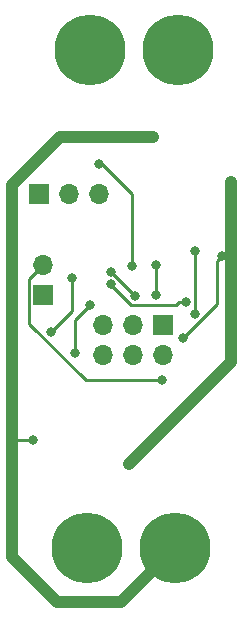
<source format=gbr>
G04 #@! TF.GenerationSoftware,KiCad,Pcbnew,(5.1.2)-2*
G04 #@! TF.CreationDate,2019-07-25T18:25:58-04:00*
G04 #@! TF.ProjectId,CABR_Schematic,43414252-5f53-4636-9865-6d617469632e,rev?*
G04 #@! TF.SameCoordinates,Original*
G04 #@! TF.FileFunction,Copper,L2,Bot*
G04 #@! TF.FilePolarity,Positive*
%FSLAX46Y46*%
G04 Gerber Fmt 4.6, Leading zero omitted, Abs format (unit mm)*
G04 Created by KiCad (PCBNEW (5.1.2)-2) date 2019-07-25 18:25:58*
%MOMM*%
%LPD*%
G04 APERTURE LIST*
%ADD10C,6.000000*%
%ADD11R,1.700000X1.700000*%
%ADD12O,1.700000X1.700000*%
%ADD13C,0.800000*%
%ADD14C,1.000000*%
%ADD15C,0.250000*%
G04 APERTURE END LIST*
D10*
X153035000Y-65024000D03*
X145535000Y-65024000D03*
D11*
X141224000Y-77216000D03*
D12*
X143764000Y-77216000D03*
X146304000Y-77216000D03*
D11*
X151765000Y-88265000D03*
D12*
X151765000Y-90805000D03*
X149225000Y-88265000D03*
X149225000Y-90805000D03*
X146685000Y-88265000D03*
X146685000Y-90805000D03*
D11*
X141605000Y-85725000D03*
D12*
X141605000Y-83185000D03*
D10*
X152788000Y-107188000D03*
X145288000Y-107188000D03*
D13*
X157480000Y-76200000D03*
X148844000Y-100076000D03*
X147315347Y-84840653D03*
X144272000Y-90678000D03*
X145542000Y-86614000D03*
X153670000Y-86360000D03*
X150876000Y-72390000D03*
X140716000Y-98044000D03*
X156718000Y-82460000D03*
X153416000Y-89408000D03*
X142240000Y-88900000D03*
X144018000Y-84328000D03*
X151130000Y-85725000D03*
X151130000Y-83185000D03*
X154432000Y-82042000D03*
X154419299Y-87379395D03*
X147320000Y-83820000D03*
X149351964Y-85852000D03*
X146304000Y-74676000D03*
X149098000Y-83312000D03*
X151638000Y-92964000D03*
D14*
X157480000Y-91440000D02*
X148844000Y-100076000D01*
X157480000Y-76200000D02*
X157480000Y-91440000D01*
D15*
X144272000Y-90678000D02*
X144272000Y-87884000D01*
X144272000Y-87884000D02*
X145542000Y-86614000D01*
X153104315Y-86360000D02*
X153670000Y-86360000D01*
X152887314Y-86577001D02*
X153104315Y-86360000D01*
X149003963Y-86577001D02*
X152887314Y-86577001D01*
X147315347Y-84888385D02*
X149003963Y-86577001D01*
X147315347Y-84840653D02*
X147315347Y-84888385D01*
D14*
X143002000Y-72390000D02*
X138938000Y-76454000D01*
X150876000Y-72390000D02*
X143002000Y-72390000D01*
X138938000Y-76454000D02*
X138938000Y-98355002D01*
D15*
X140150315Y-98044000D02*
X140716000Y-98044000D01*
X139249002Y-98044000D02*
X140150315Y-98044000D01*
X138938000Y-98355002D02*
X139249002Y-98044000D01*
D14*
X138938000Y-107950000D02*
X138938000Y-98355002D01*
X148216000Y-111760000D02*
X142748000Y-111760000D01*
X152788000Y-107188000D02*
X148216000Y-111760000D01*
X142748000Y-111760000D02*
X138938000Y-107950000D01*
D15*
X156318001Y-82859999D02*
X156318001Y-86505999D01*
X156718000Y-82460000D02*
X156318001Y-82859999D01*
X156318001Y-86505999D02*
X153416000Y-89408000D01*
X142240000Y-88900000D02*
X144018000Y-87122000D01*
X144018000Y-87122000D02*
X144018000Y-84328000D01*
X151130000Y-85725000D02*
X151130000Y-83185000D01*
X154432000Y-82042000D02*
X154432000Y-87366694D01*
X154432000Y-87366694D02*
X154419299Y-87379395D01*
X147320000Y-83820000D02*
X149351964Y-85851964D01*
X149351964Y-85851964D02*
X149351964Y-85852000D01*
X149098000Y-82746315D02*
X149098000Y-83312000D01*
X146304000Y-74676000D02*
X146558000Y-74676000D01*
X149098000Y-77216000D02*
X149098000Y-82746315D01*
X146558000Y-74676000D02*
X149098000Y-77216000D01*
X140429999Y-88163001D02*
X145230998Y-92964000D01*
X141605000Y-83185000D02*
X140429999Y-84360001D01*
X140429999Y-84360001D02*
X140429999Y-88163001D01*
X145230998Y-92964000D02*
X151638000Y-92964000D01*
M02*

</source>
